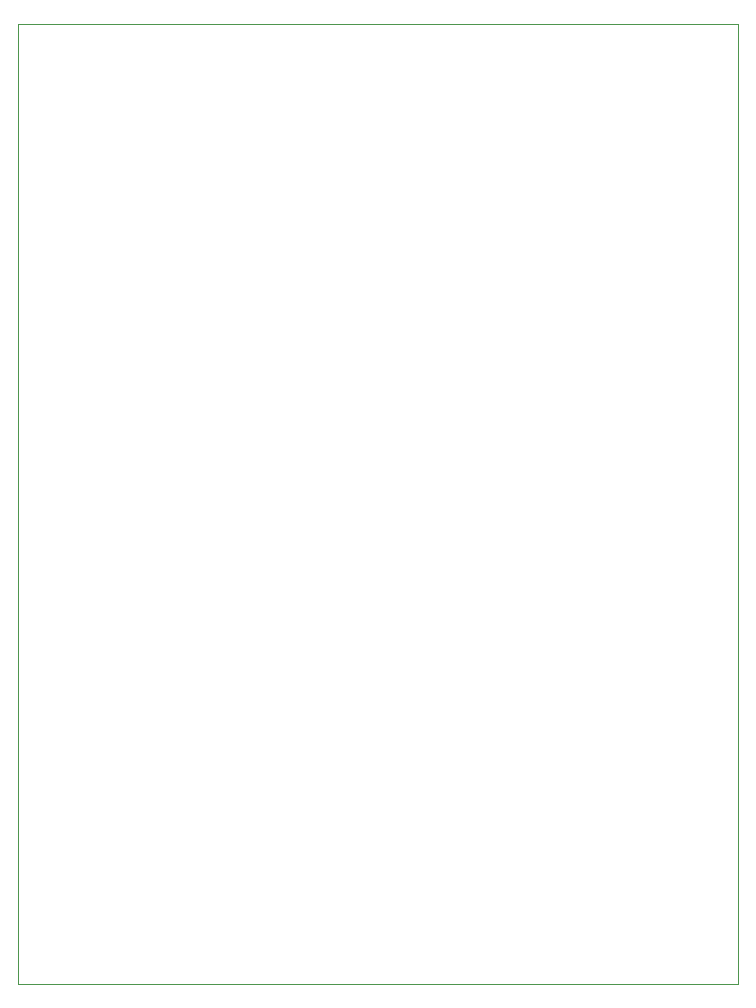
<source format=gbr>
G04 #@! TF.GenerationSoftware,KiCad,Pcbnew,(5.1.5)-3*
G04 #@! TF.CreationDate,2020-04-07T22:10:48+03:00*
G04 #@! TF.ProjectId,Nrf24 Based Car Controller,4e726632-3420-4426-9173-656420436172,v.1.0*
G04 #@! TF.SameCoordinates,Original*
G04 #@! TF.FileFunction,Profile,NP*
%FSLAX46Y46*%
G04 Gerber Fmt 4.6, Leading zero omitted, Abs format (unit mm)*
G04 Created by KiCad (PCBNEW (5.1.5)-3) date 2020-04-07 22:10:48*
%MOMM*%
%LPD*%
G04 APERTURE LIST*
%ADD10C,0.050000*%
G04 APERTURE END LIST*
D10*
X162052000Y-98552000D02*
X101092000Y-98552000D01*
X101092000Y-98552000D02*
X101092000Y-17272000D01*
X162052000Y-17272000D02*
X162052000Y-98552000D01*
X101092000Y-17272000D02*
X162052000Y-17272000D01*
M02*

</source>
